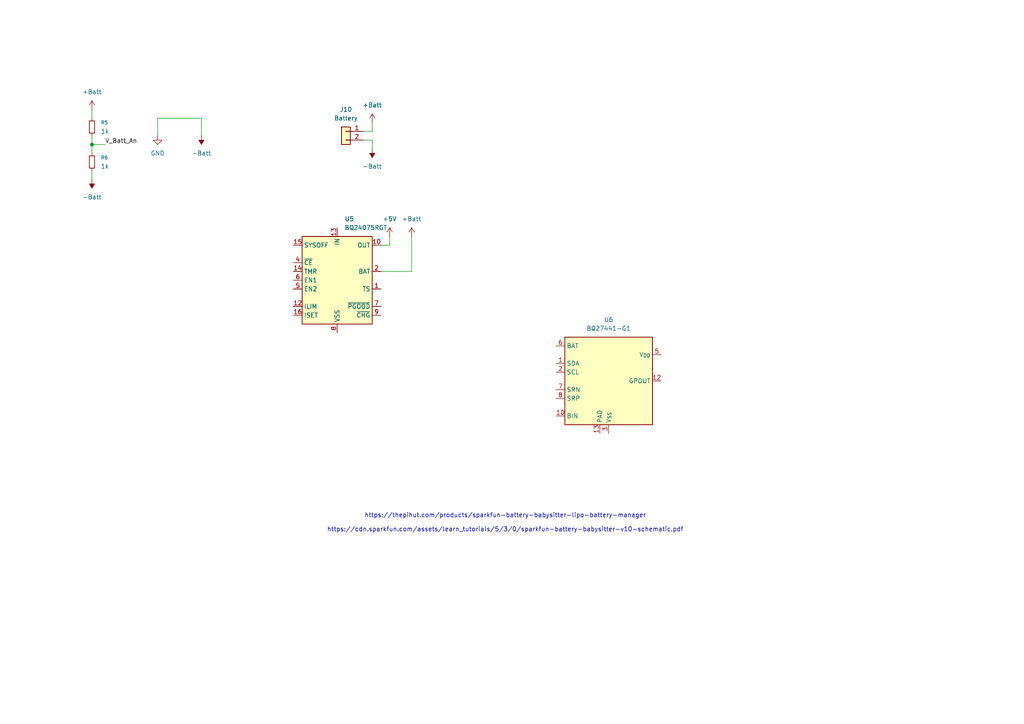
<source format=kicad_sch>
(kicad_sch (version 20250114) (generator "eeschema") (generator_version "9.0")
  (paper "A4")
  (lib_symbols
    (symbol "Battery_Management:BQ24075RGT"
      (property "Reference" "U" (at -8.89 13.97 0))
      (property "Value" "BQ24075RGT" (at 16.51 13.97 0))
      (symbol "BQ24075RGT_0_1"
        (rectangle (start -10.16 12.7) (end 10.16 -12.7) (stroke (width 0.254)) (fill (type background)))
      )
      (symbol "BQ24075RGT_1_1"
        (pin input line (at -12.7 10.16 0) (length 2.54) (name "SYSOFF") (number "15"))
        (pin input line (at -12.7 5.08 0) (length 2.54) (name "~{CE}") (number "4"))
        (pin input line (at -12.7 2.54 0) (length 2.54) (name "TMR") (number "14"))
        (pin input line (at -12.7 0 0) (length 2.54) (name "EN1") (number "6"))
        (pin input line (at -12.7 -2.54 0) (length 2.54) (name "EN2") (number "5"))
        (pin passive line (at -12.7 -7.62 0) (length 2.54) (name "ILIM") (number "12"))
        (pin passive line (at -12.7 -10.16 0) (length 2.54) (name "ISET") (number "16"))
        (pin power_in line (at 0 15.24 270) (length 2.54) (name "IN") (number "13"))
        (pin passive line (at 0 -15.24 90) (length 2.54) (hide yes) (name "VSS") (number "17"))
        (pin power_in line (at 0 -15.24 90) (length 2.54) (name "VSS") (number "8"))
        (pin power_out line (at 12.7 10.16 180) (length 2.54) (name "OUT") (number "10"))
        (pin passive line (at 12.7 10.16 180) (length 2.54) (hide yes) (name "OUT") (number "11"))
        (pin power_out line (at 12.7 2.54 180) (length 2.54) (name "BAT") (number "2"))
        (pin passive line (at 12.7 2.54 180) (length 2.54) (hide yes) (name "BAT") (number "3"))
        (pin passive line (at 12.7 -2.54 180) (length 2.54) (name "TS") (number "1"))
        (pin open_collector line (at 12.7 -7.62 180) (length 2.54) (name "~{PGOOD}") (number "7"))
        (pin open_collector line (at 12.7 -10.16 180) (length 2.54) (name "~{CHG}") (number "9"))
      )
    )
    (symbol "Battery_Management:BQ27441-G1"
      (property "Reference" "U" (at -5.08 15.875 0))
      (property "Value" "BQ27441-G1" (at -5.08 13.97 0))
      (symbol "BQ27441-G1_0_1"
        (rectangle (start -12.7 12.7) (end 12.7 -12.7) (stroke (width 0.254)) (fill (type background)))
      )
      (symbol "BQ27441-G1_1_1"
        (pin power_in line (at -15.24 10.16 0) (length 2.54) (name "BAT") (number "6"))
        (pin bidirectional line (at -15.24 5.08 0) (length 2.54) (name "SDA") (number "1"))
        (pin input line (at -15.24 2.54 0) (length 2.54) (name "SCL") (number "2"))
        (pin input line (at -15.24 -2.54 0) (length 2.54) (name "SRN") (number "7"))
        (pin input line (at -15.24 -5.08 0) (length 2.54) (name "SRP") (number "8"))
        (pin input line (at -15.24 -10.16 0) (length 2.54) (name "BIN") (number "10"))
        (pin power_in line (at -2.54 -15.24 90) (length 2.54) (name "PAD") (number "13"))
        (pin power_in line (at 0 -15.24 90) (length 2.54) (name "V_{SS}") (number "3"))
        (pin no_connect line (at 10.16 -2.54 180) (length 2.54) (hide yes) (name "NC") (number "11"))
        (pin no_connect line (at 10.16 -5.08 180) (length 2.54) (hide yes) (name "NC") (number "9"))
        (pin no_connect line (at 10.16 -7.62 180) (length 2.54) (hide yes) (name "NC") (number "4"))
        (pin power_out line (at 15.24 7.62 180) (length 2.54) (name "V_{DD}") (number "5"))
        (pin output line (at 15.24 0 180) (length 2.54) (name "GPOUT") (number "12"))
      )
    )
    (symbol "Connector_Generic:Conn_01x02" (pin_names (offset 1.016) (hide yes))
      (property "Reference" "J" (at 0 2.54 0))
      (property "Value" "Conn_01x02" (at 0 -5.08 0))
      (symbol "Conn_01x02_1_1"
        (rectangle (start -1.27 1.27) (end 1.27 -3.81) (stroke (width 0.254)) (fill (type background)))
        (rectangle (start -1.27 0.127) (end 0 -0.127) (stroke (width 0.1524)))
        (rectangle (start -1.27 -2.413) (end 0 -2.667) (stroke (width 0.1524)))
        (pin passive line (at -5.08 0 0) (length 3.81) (name "Pin_1") (number "1"))
        (pin passive line (at -5.08 -2.54 0) (length 3.81) (name "Pin_2") (number "2"))
      )
    )
    (symbol "Device:R_Small" (pin_numbers (hide yes)) (pin_names (offset 0.254) (hide yes))
      (property "Reference" "R" (at 0 0 90))
      (property "Value" "R_Small" (at 1.778 0 90))
      (symbol "R_Small_0_1"
        (rectangle (start -0.762 1.778) (end 0.762 -1.778) (stroke (width 0.2032)))
      )
      (symbol "R_Small_1_1"
        (pin passive line (at 0 2.54 270) (length 0.762) (name "~") (number "1"))
        (pin passive line (at 0 -2.54 90) (length 0.762) (name "~") (number "2"))
      )
    )
    (symbol "power:+5V" (power) (pin_numbers (hide yes)) (pin_names (offset 0) (hide yes))
      (property "Value" "+5V" (at 0 3.556 0))
      (symbol "+5V_0_1"
        (polyline (pts (xy -0.762 1.27) (xy 0 2.54)))
        (polyline (pts (xy 0 2.54) (xy 0.762 1.27)))
        (polyline (pts (xy 0 0) (xy 0 2.54)))
      )
      (symbol "+5V_1_1"
        (pin power_in line (at 0 0 90) (length 0) (name "~") (number "1"))
      )
    )
    (symbol "power:+BATT" (power) (pin_numbers (hide yes)) (pin_names (offset 0) (hide yes))
      (property "Value" "+BATT" (at 0 3.556 0))
      (symbol "+BATT_0_1"
        (polyline (pts (xy -0.762 1.27) (xy 0 2.54)))
        (polyline (pts (xy 0 2.54) (xy 0.762 1.27)))
        (polyline (pts (xy 0 0) (xy 0 2.54)))
      )
      (symbol "+BATT_1_1"
        (pin power_in line (at 0 0 90) (length 0) (name "~") (number "1"))
      )
    )
    (symbol "power:-BATT" (power) (pin_numbers (hide yes)) (pin_names (offset 0) (hide yes))
      (property "Value" "-BATT" (at 0 3.556 0))
      (symbol "-BATT_0_1"
        (polyline (pts (xy 0 0) (xy 0 2.54)))
        (polyline (pts (xy 0.762 1.27) (xy -0.762 1.27) (xy 0 2.54) (xy 0.762 1.27)) (fill (type outline)))
      )
      (symbol "-BATT_1_1"
        (pin power_in line (at 0 0 90) (length 0) (name "~") (number "1"))
      )
    )
    (symbol "power:GND" (power) (pin_numbers (hide yes)) (pin_names (offset 0) (hide yes))
      (property "Value" "GND" (at 0 -3.81 0))
      (symbol "GND_0_1"
        (polyline (pts (xy 0 0) (xy 0 -1.27) (xy 1.27 -1.27) (xy 0 -2.54) (xy -1.27 -1.27) (xy 0 -1.27)))
      )
      (symbol "GND_1_1"
        (pin power_in line (at 0 0 270) (length 0) (name "~") (number "1"))
      )
    )
  )
  (text "https://thepihut.com/products/sparkfun-battery-babysitter-lipo-battery-manager\n\nhttps://cdn.sparkfun.com/assets/learn_tutorials/5/3/0/sparkfun-battery-babysitter-v10-schematic.pdf" (at 146.558 151.638 0) (effects (font (size 1.27 1.27))))
  (junction (at 26.67 41.91))
  (wire (pts (xy 105.41 40.64) (xy 107.95 40.64)))
  (wire (pts (xy 119.38 78.74) (xy 110.49 78.74)))
  (wire (pts (xy 119.38 68.58) (xy 119.38 78.74)))
  (wire (pts (xy 107.95 40.64) (xy 107.95 43.18)))
  (wire (pts (xy 105.41 38.1) (xy 107.95 38.1)))
  (wire (pts (xy 113.03 71.12) (xy 110.49 71.12)))
  (wire (pts (xy 26.67 41.91) (xy 30.48 41.91)))
  (wire (pts (xy 26.67 31.75) (xy 26.67 34.29)))
  (wire (pts (xy 107.95 38.1) (xy 107.95 35.56)))
  (wire (pts (xy 58.42 39.37) (xy 58.42 34.29)))
  (wire (pts (xy 45.72 39.37) (xy 45.72 34.29)))
  (wire (pts (xy 26.67 39.37) (xy 26.67 41.91)))
  (wire (pts (xy 26.67 41.91) (xy 26.67 44.45)))
  (wire (pts (xy 26.67 49.53) (xy 26.67 52.07)))
  (wire (pts (xy 45.72 34.29) (xy 58.42 34.29)))
  (wire (pts (xy 113.03 68.58) (xy 113.03 71.12)))
  (label "V_Batt_An" (at 30.48 41.91 0))
  (symbol (lib_id "power:+5V") (at 113.03 68.58 0) (unit 1)
    (property "Reference" "#PWR04" (effects (hide yes)))
    (property "Value" "+5V" (at 113.03 63.5 0))
    (property "Description" "Power symbol creates a global label with name \"+5V\"" (effects (hide yes)))
  )
  (symbol (lib_id "power:+BATT") (at 26.67 31.75 0) (unit 1)
    (property "Reference" "#PWR022" (effects (hide yes)))
    (property "Value" "+Batt" (at 26.67 26.67 0))
    (property "Description" "Power symbol creates a global label with name \"+Batt\"" (effects (hide yes)))
  )
  (symbol (lib_id "power:-BATT") (at 58.42 39.37 180) (unit 1)
    (property "Reference" "#PWR025" (effects (hide yes)))
    (property "Value" "-Batt" (at 58.42 44.45 0))
    (property "Description" "Power symbol creates a global label with name \"-Batt\"" (effects (hide yes)))
  )
  (symbol (lib_id "power:+BATT") (at 107.95 35.56 0) (unit 1)
    (property "Reference" "#PWR024" (effects (hide yes)))
    (property "Value" "+Batt" (at 107.95 30.48 0))
    (property "Description" "Power symbol creates a global label with name \"+Batt\"" (effects (hide yes)))
  )
  (symbol (lib_id "Battery_Management:BQ24075RGT") (at 97.79 81.28 0) (unit 1)
    (property "Reference" "U5" (at 99.9333 63.5 0) (effects (justify left)))
    (property "Value" "BQ24075RGT" (at 99.9333 66.04 0) (effects (justify left)))
    (property "Footprint" "Package_DFN_QFN:VQFN-16-1EP_3x3mm_P0.5mm_EP1.6x1.6mm" (effects (hide yes)))
    (property "Datasheet" "http://www.ti.com/lit/ds/symlink/bq24075.pdf" (effects (hide yes)))
    (property "Description" "USB-Friendly Li-Ion Battery Charger and Power-Path Management, VQFN-16" (effects (hide yes)))
  )
  (symbol (lib_id "Device:R_Small") (at 26.67 46.99 0) (unit 1)
    (property "Reference" "R6" (at 29.21 45.7199 0) (effects (font (size 1.016 1.016)) (justify left)))
    (property "Value" "1k" (at 29.21 48.2599 0) (effects (justify left)))
    (property "Footprint" "Resistor_SMD:R_0805_2012Metric_Pad1.20x1.40mm_HandSolder" (effects (hide yes)))
    (property "Description" "Resistor, small symbol" (effects (hide yes)))
  )
  (symbol (lib_id "power:-BATT") (at 26.67 52.07 180) (unit 1)
    (property "Reference" "#PWR023" (effects (hide yes)))
    (property "Value" "-Batt" (at 26.67 57.15 0))
    (property "Description" "Power symbol creates a global label with name \"-Batt\"" (effects (hide yes)))
  )
  (symbol (lib_id "power:-BATT") (at 107.95 43.18 180) (unit 1)
    (property "Reference" "#PWR06" (effects (hide yes)))
    (property "Value" "-Batt" (at 107.95 48.26 0))
    (property "Description" "Power symbol creates a global label with name \"-Batt\"" (effects (hide yes)))
  )
  (symbol (lib_id "Device:R_Small") (at 26.67 36.83 0) (unit 1)
    (property "Reference" "R5" (at 29.21 35.5599 0) (effects (font (size 1.016 1.016)) (justify left)))
    (property "Value" "1k" (at 29.21 38.0999 0) (effects (justify left)))
    (property "Footprint" "Resistor_SMD:R_0805_2012Metric_Pad1.20x1.40mm_HandSolder" (effects (hide yes)))
    (property "Description" "Resistor, small symbol" (effects (hide yes)))
  )
  (symbol (lib_id "Battery_Management:BQ27441-G1") (at 176.53 110.49 0) (unit 1)
    (property "Reference" "U6" (at 176.53 92.71 0))
    (property "Value" "BQ27441-G1" (at 176.53 95.25 0))
    (property "Footprint" "Package_SON:Texas_S-PDSO-N12" (effects (hide yes)))
    (property "Datasheet" "http://www.ti.com/lit/ds/symlink/bq27441-g1.pdf" (effects (hide yes)))
    (property "Description" "System Side Li Ion/Polymer Fuel Gauge, PDSON-12" (effects (hide yes)))
  )
  (symbol (lib_id "Connector_Generic:Conn_01x02") (at 100.33 38.1 0) (mirror y) (unit 1)
    (property "Reference" "J10" (at 100.33 31.75 0))
    (property "Value" "Battery" (at 100.33 34.29 0))
    (property "Footprint" "Connector_Molex:Molex_Nano-Fit_105309-xx02_1x02_P2.50mm_Vertical" (effects (hide yes)))
    (property "Description" "Generic connector, single row, 01x02, script generated (kicad-library-utils/schlib/autogen/connector/)" (effects (hide yes)))
  )
  (symbol (lib_id "power:GND") (at 45.72 39.37 0) (unit 1)
    (property "Reference" "#PWR051" (effects (hide yes)))
    (property "Value" "GND" (at 45.72 44.45 0))
    (property "Description" "Power symbol creates a global label with name \"GND\" , ground" (effects (hide yes)))
  )
  (symbol (lib_id "power:+BATT") (at 119.38 68.58 0) (unit 1)
    (property "Reference" "#PWR07" (effects (hide yes)))
    (property "Value" "+Batt" (at 119.38 63.5 0))
    (property "Description" "Power symbol creates a global label with name \"+Batt\"" (effects (hide yes)))
  )
)
</source>
